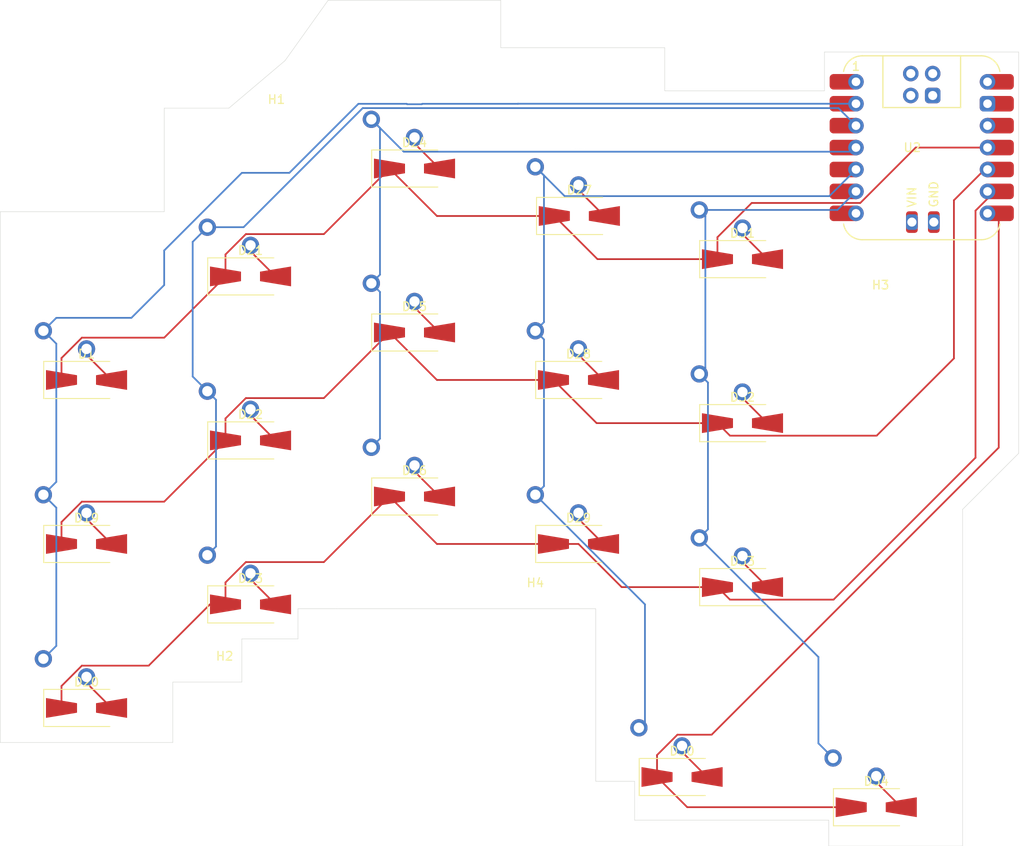
<source format=kicad_pcb>
(kicad_pcb (version 20241229) (generator "pcbnew") (generator_version "9.0")
  (layers (0 "F.Cu" signal) (2 "B.Cu" signal) (13 "F.Paste" user) (15 "B.Paste" user) (5 "F.SilkS" user "F.Silkscreen") (7 "B.SilkS" user "B.Silkscreen") (1 "F.Mask" user) (3 "B.Mask" user) (25 "Edge.Cuts" user))
  (net 0 "")
  (net 1 "/left/ROW0")
  (net 2 "Net-(D1-A)")
  (net 3 "Net-(D19-A)")
  (net 4 "/left/ROW1")
  (net 5 "/left/ROW2")
  (net 6 "Net-(D20-A)")
  (net 7 "Net-(D21-A)")
  (net 8 "Net-(D22-A)")
  (net 9 "Net-(D23-A)")
  (net 10 "Net-(D24-A)")
  (net 11 "Net-(D25-A)")
  (net 12 "Net-(D26-A)")
  (net 13 "Net-(D27-A)")
  (net 14 "Net-(D28-A)")
  (net 15 "Net-(D29-A)")
  (net 16 "Net-(D30-A)")
  (net 17 "/left/ROW3")
  (net 18 "Net-(D31-A)")
  (net 19 "Net-(D32-A)")
  (net 20 "Net-(D33-A)")
  (net 21 "Net-(D34-A)")
  (net 22 "/left/COL0")
  (net 23 "/left/COL1")
  (net 24 "/left/COL2")
  (net 25 "/left/COL3")
  (net 26 "/left/COL4")
  (net 41 "GND")
  (footprint "PCM_marbastlib-choc:SW_choc_v1_1u" (layer "F.Cu") (at 131 79.5)
    (property "Reference" "SW33" (hide yes))
    (property "Value" "SW_Push")
    (pad "" np_thru_hole circle (at -5.5 0 180) (size 1.7 1.7) (drill 1.7) (layers "*.Cu" "*.Mask"))
    (pad "" np_thru_hole circle (at 0 0 180) (size 3.4 3.4) (drill 3.4) (layers "*.Cu" "*.Mask"))
    (pad "" np_thru_hole circle (at 5.5 0 180) (size 1.7 1.7) (drill 1.7) (layers "*.Cu" "*.Mask"))
    (pad "1" thru_hole circle (at -5 3.8 180) (size 2 2) (drill 1.2) (layers "*.Cu" "B.Mask") (net 26 "/left/COL4"))
    (pad "2" thru_hole circle (at 0 5.9 180) (size 2 2) (drill 1.2) (layers "*.Cu" "B.Mask") (net 20 "Net-(D33-A)"))
  )
  (footprint "PCM_marbastlib-choc:SW_choc_v1_1u" (layer "F.Cu") (at 124 101.5)
    (property "Reference" "SW30" (hide yes))
    (property "Value" "SW_Push")
    (pad "" np_thru_hole circle (at -5.5 0 180) (size 1.7 1.7) (drill 1.7) (layers "*.Cu" "*.Mask"))
    (pad "" np_thru_hole circle (at 0 0 180) (size 3.4 3.4) (drill 3.4) (layers "*.Cu" "*.Mask"))
    (pad "" np_thru_hole circle (at 5.5 0 180) (size 1.7 1.7) (drill 1.7) (layers "*.Cu" "*.Mask"))
    (pad "1" thru_hole circle (at -5 3.8 180) (size 2 2) (drill 1.2) (layers "*.Cu" "B.Mask") (net 25 "/left/COL3"))
    (pad "2" thru_hole circle (at 0 5.9 180) (size 2 2) (drill 1.2) (layers "*.Cu" "B.Mask") (net 16 "Net-(D30-A)"))
  )
  (footprint "Diode_SMD:D_SMA-SMB_Universal_Handsoldering" (layer "F.Cu") (at 146.5 114.5)
    (property "Reference" "D34" (at 0 -3 0) (layer "F.SilkS"))
    (property "Value" "D")
    (fp_line (start -4.96 -2.15) (end -4.96 2.15) (stroke (width 0.12)) (layer "F.SilkS"))
    (fp_line (start -4.96 -2.15) (end 2.7 -2.15) (stroke (width 0.12)) (layer "F.SilkS"))
    (fp_line (start -4.96 2.15) (end 2.7 2.15) (stroke (width 0.12)) (layer "F.SilkS"))
    (pad "1" smd trapezoid (at -2.9 0) (size 3.6 1.7) (rect_delta 0.6 0) (layers "F.Cu" "F.Mask" "F.Paste") (net 17 "/left/ROW3"))
    (pad "2" smd trapezoid (at 2.9 0 180) (size 3.6 1.7) (rect_delta 0.6 0) (layers "F.Cu" "F.Mask" "F.Paste") (net 21 "Net-(D34-A)"))
  )
  (footprint "Diode_SMD:D_SMA-SMB_Universal_Handsoldering" (layer "F.Cu") (at 74 53)
    (property "Reference" "D21" (at 0 -3 0) (layer "F.SilkS"))
    (property "Value" "D")
    (fp_line (start -4.96 -2.15) (end -4.96 2.15) (stroke (width 0.12)) (layer "F.SilkS"))
    (fp_line (start -4.96 -2.15) (end 2.7 -2.15) (stroke (width 0.12)) (layer "F.SilkS"))
    (fp_line (start -4.96 2.15) (end 2.7 2.15) (stroke (width 0.12)) (layer "F.SilkS"))
    (pad "1" smd trapezoid (at -2.9 0) (size 3.6 1.7) (rect_delta 0.6 0) (layers "F.Cu" "F.Mask" "F.Paste") (net 1 "/left/ROW0"))
    (pad "2" smd trapezoid (at 2.9 0 180) (size 3.6 1.7) (rect_delta 0.6 0) (layers "F.Cu" "F.Mask" "F.Paste") (net 7 "Net-(D21-A)"))
  )
  (footprint "Diode_SMD:D_SMA-SMB_Universal_Handsoldering" (layer "F.Cu") (at 112.1 46)
    (property "Reference" "D27" (at 0 -3 0) (layer "F.SilkS"))
    (property "Value" "D")
    (fp_line (start -4.96 -2.15) (end -4.96 2.15) (stroke (width 0.12)) (layer "F.SilkS"))
    (fp_line (start -4.96 -2.15) (end 2.7 -2.15) (stroke (width 0.12)) (layer "F.SilkS"))
    (fp_line (start -4.96 2.15) (end 2.7 2.15) (stroke (width 0.12)) (layer "F.SilkS"))
    (pad "1" smd trapezoid (at -2.9 0) (size 3.6 1.7) (rect_delta 0.6 0) (layers "F.Cu" "F.Mask" "F.Paste") (net 1 "/left/ROW0"))
    (pad "2" smd trapezoid (at 2.9 0 180) (size 3.6 1.7) (rect_delta 0.6 0) (layers "F.Cu" "F.Mask" "F.Paste") (net 13 "Net-(D27-A)"))
  )
  (footprint "MountingHole:MountingHole_2.2mm_M2" (layer "F.Cu") (at 67.5 95.5)
    (property "Reference" "H2" (at 3.5 1.5 0) (layer "F.SilkS"))
    (property "Value" "MountingHole")
    (pad "" np_thru_hole circle (at 0 0) (size 2.2 2.2) (drill 2.2) (layers "*.Cu" "*.Mask"))
  )
  (footprint "PCM_marbastlib-xp-promicroish:Xiao_rp2040_ACH" (layer "F.Cu") (at 151.77 38.0725)
    (property "Reference" "U2" (at 0 0 0) (layer "F.SilkS") (effects (justify right)))
    (property "Value" "Seeeduino Xiao rp2040")
    (fp_line (start -6.890001 -10.63) (end 6.889999 -10.63) (stroke (width 0.15)) (layer "F.SilkS"))
    (fp_line (start -4.500881 -4.6355) (end -4.500881 -10.63) (stroke (width 0.15)) (layer "F.SilkS"))
    (fp_line (start 4.500879 -4.6355) (end -4.500881 -4.6355) (stroke (width 0.15)) (layer "F.SilkS"))
    (fp_line (start 4.500879 -4.6355) (end 4.500879 -10.63) (stroke (width 0.15)) (layer "F.SilkS"))
    (fp_line (start 6.889999 10.6775) (end -6.890001 10.6775) (stroke (width 0.15)) (layer "F.SilkS"))
    (fp_arc (start -9.055742 -8.816738) (mid -8.302299 -10.116834) (end -6.890001 -10.63) (stroke (width 0.15)) (layer "F.SilkS"))
    (fp_arc (start -6.89 10.6775) (mid -8.302299 10.164335) (end -9.055742 8.864239) (stroke (width 0.15)) (layer "F.SilkS"))
    (fp_arc (start 6.889999 -10.63) (mid 8.302298 -10.116835) (end 9.05574 -8.816738) (stroke (width 0.15)) (layer "F.SilkS"))
    (fp_arc (start 9.05574 8.864238) (mid 8.302298 10.164335) (end 6.889999 10.6775) (stroke (width 0.15)) (layer "F.SilkS"))
    (fp_text user "VIN" (at -1.14173 7.036 90) (layer "F.SilkS") (effects (justify left)))
    (fp_text user "1" (at -7.62 -8.82 0) (layer "F.SilkS") (effects (justify bottom)))
    (fp_text user "GND" (at 1.39827 7.036 90) (layer "F.SilkS") (effects (justify left)))
    (pad "1" smd roundrect (at -8.92 -7.62) (size 3.5 1.8) (layers "F.Cu" "F.Mask"))
    (pad "1" thru_hole circle (at -7.62 -7.62) (size 1.8 1.8) (drill 1) (layers "*.Cu" "*.Mask"))
    (pad "2" smd roundrect (at -8.92 -5.08) (size 3.5 1.8) (layers "F.Cu" "F.Mask") (net 22 "/left/COL0"))
    (pad "2" thru_hole circle (at -7.62 -5.08) (size 1.8 1.8) (drill 1) (layers "*.Cu" "*.Mask") (net 22 "/left/COL0"))
    (pad "3" smd roundrect (at -8.92 -2.54) (size 3.5 1.8) (layers "F.Cu" "F.Mask") (net 23 "/left/COL1"))
    (pad "3" thru_hole circle (at -7.62 -2.54) (size 1.8 1.8) (drill 1) (layers "*.Cu" "*.Mask") (net 23 "/left/COL1"))
    (pad "4" smd roundrect (at -8.92 0) (size 3.5 1.8) (layers "F.Cu" "F.Mask") (net 24 "/left/COL2"))
    (pad "4" thru_hole circle (at -7.62 0) (size 1.8 1.8) (drill 1) (layers "*.Cu" "*.Mask") (net 24 "/left/COL2"))
    (pad "5" smd roundrect (at -8.92 2.54) (size 3.5 1.8) (layers "F.Cu" "F.Mask") (net 25 "/left/COL3"))
    (pad "5" thru_hole circle (at -7.62 2.54) (size 1.8 1.8) (drill 1) (layers "*.Cu" "*.Mask") (net 25 "/left/COL3"))
    (pad "6" smd roundrect (at -8.92 5.08) (size 3.5 1.8) (layers "F.Cu" "F.Mask") (net 26 "/left/COL4"))
    (pad "6" thru_hole circle (at -7.62 5.08) (size 1.8 1.8) (drill 1) (layers "*.Cu" "*.Mask") (net 26 "/left/COL4"))
    (pad "7" smd roundrect (at -8.92 7.62) (size 3.5 1.8) (layers "F.Cu" "F.Mask"))
    (pad "7" thru_hole circle (at -7.62 7.62) (size 1.8 1.8) (drill 1) (layers "*.Cu" "*.Mask"))
    (pad "8" thru_hole circle (at 7.62 -7.62 180) (size 1.8 1.8) (drill 1) (layers "*.Cu" "*.Mask"))
    (pad "8" smd roundrect (at 8.92 -7.62 180) (size 3.5 1.8) (layers "F.Cu" "F.Mask"))
    (pad "9" thru_hole roundrect (at 7.62 -5.08 180) (size 1.8 1.8) (drill 1) (layers "*.Cu" "*.Mask") (net 41 "GND"))
    (pad "9" smd roundrect (at 8.92 -5.08 180) (size 3.5 1.8) (layers "F.Cu" "F.Mask") (net 41 "GND"))
    (pad "10" thru_hole circle (at 7.62 -2.54 180) (size 1.8 1.8) (drill 1) (layers "*.Cu" "*.Mask"))
    (pad "10" smd roundrect (at 8.92 -2.539999 180) (size 3.5 1.8) (layers "F.Cu" "F.Mask"))
    (pad "11" thru_hole circle (at 7.62 0 180) (size 1.8 1.8) (drill 1) (layers "*.Cu" "*.Mask") (net 1 "/left/ROW0"))
    (pad "11" smd roundrect (at 8.92 0 180) (size 3.5 1.8) (layers "F.Cu" "F.Mask") (net 1 "/left/ROW0"))
    (pad "12" thru_hole circle (at 7.62 2.54 180) (size 1.8 1.8) (drill 1) (layers "*.Cu" "*.Mask") (net 4 "/left/ROW1"))
    (pad "12" smd roundrect (at 8.92 2.54 180) (size 3.5 1.8) (layers "F.Cu" "F.Mask") (net 4 "/left/ROW1"))
    (pad "13" thru_hole circle (at 7.62 5.08) (size 1.8 1.8) (drill 1) (layers "*.Cu" "*.Mask") (net 5 "/left/ROW2"))
    (pad "13" smd roundrect (at 8.92 5.08) (size 3.5 1.8) (layers "F.Cu" "F.Mask") (net 5 "/left/ROW2"))
    (pad "14" thru_hole circle (at 7.62 7.62) (size 1.8 1.8) (drill 1) (layers "*.Cu" "*.Mask") (net 17 "/left/ROW3"))
    (pad "14" smd roundrect (at 8.92 7.62) (size 3.5 1.8) (layers "F.Cu" "F.Mask") (net 17 "/left/ROW3"))
    (pad "17" thru_hole roundrect (at -1.14173 8.636 90) (size 1.8 1.35) (drill 1.05) (layers "*.Cu" "*.Mask"))
    (pad "17" smd roundrect (at -1.14173 8.636 90) (size 2.5 1.35) (layers "F.Cu" "F.Mask"))
    (pad "18" thru_hole roundrect (at 1.39827 8.636 90) (size 1.8 1.35) (drill 1.05) (layers "*.Cu" "*.Mask"))
    (pad "18" smd roundrect (at 1.39827 8.636 90) (size 2.5 1.35) (layers "F.Cu" "F.Mask"))
    (pad "19" thru_hole circle (at -1.27 -8.5725 180) (size 1.8 1.8) (drill 1.05) (layers "*.Cu" "*.Mask"))
    (pad "20" thru_hole circle (at 1.27 -8.5725 180) (size 1.8 1.8) (drill 1.05) (layers "*.Cu" "*.Mask"))
    (pad "21" thru_hole circle (at -1.27 -6.0325 180) (size 1.8 1.8) (drill 1.05) (layers "*.Cu" "*.Mask"))
    (pad "22" thru_hole roundrect (at 1.27 -6.0325 180) (size 1.8 1.8) (drill 1.05) (layers "*.Cu" "*.Mask"))
  )
  (footprint "Diode_SMD:D_SMA-SMB_Universal_Handsoldering" (layer "F.Cu") (at 74 72)
    (property "Reference" "D22" (at 0 -3 0) (layer "F.SilkS"))
    (property "Value" "D")
    (fp_line (start -4.96 -2.15) (end -4.96 2.15) (stroke (width 0.12)) (layer "F.SilkS"))
    (fp_line (start -4.96 -2.15) (end 2.7 -2.15) (stroke (width 0.12)) (layer "F.SilkS"))
    (fp_line (start -4.96 2.15) (end 2.7 2.15) (stroke (width 0.12)) (layer "F.SilkS"))
    (pad "1" smd trapezoid (at -2.9 0) (size 3.6 1.7) (rect_delta 0.6 0) (layers "F.Cu" "F.Mask" "F.Paste") (net 4 "/left/ROW1"))
    (pad "2" smd trapezoid (at 2.9 0 180) (size 3.6 1.7) (rect_delta 0.6 0) (layers "F.Cu" "F.Mask" "F.Paste") (net 8 "Net-(D22-A)"))
  )
  (footprint "PCM_marbastlib-choc:SW_choc_v1_1u" (layer "F.Cu") (at 93 50)
    (property "Reference" "SW25" (hide yes))
    (property "Value" "SW_Push")
    (pad "" np_thru_hole circle (at -5.5 0 180) (size 1.7 1.7) (drill 1.7) (layers "*.Cu" "*.Mask"))
    (pad "" np_thru_hole circle (at 0 0 180) (size 3.4 3.4) (drill 3.4) (layers "*.Cu" "*.Mask"))
    (pad "" np_thru_hole circle (at 5.5 0 180) (size 1.7 1.7) (drill 1.7) (layers "*.Cu" "*.Mask"))
    (pad "1" thru_hole circle (at -5 3.8 180) (size 2 2) (drill 1.2) (layers "*.Cu" "B.Mask") (net 24 "/left/COL2"))
    (pad "2" thru_hole circle (at 0 5.9 180) (size 2 2) (drill 1.2) (layers "*.Cu" "B.Mask") (net 11 "Net-(D25-A)"))
  )
  (footprint "PCM_marbastlib-choc:SW_choc_v1_1u" (layer "F.Cu") (at 74 62.5)
    (property "Reference" "SW22" (hide yes))
    (property "Value" "SW_Push")
    (pad "" np_thru_hole circle (at -5.5 0 180) (size 1.7 1.7) (drill 1.7) (layers "*.Cu" "*.Mask"))
    (pad "" np_thru_hole circle (at 0 0 180) (size 3.4 3.4) (drill 3.4) (layers "*.Cu" "*.Mask"))
    (pad "" np_thru_hole circle (at 5.5 0 180) (size 1.7 1.7) (drill 1.7) (layers "*.Cu" "*.Mask"))
    (pad "1" thru_hole circle (at -5 3.8 180) (size 2 2) (drill 1.2) (layers "*.Cu" "B.Mask") (net 23 "/left/COL1"))
    (pad "2" thru_hole circle (at 0 5.9 180) (size 2 2) (drill 1.2) (layers "*.Cu" "B.Mask") (net 8 "Net-(D22-A)"))
  )
  (footprint "PCM_marbastlib-choc:SW_choc_v1_1u" (layer "F.Cu") (at 146.5 105)
    (property "Reference" "SW34" (hide yes))
    (property "Value" "SW_Push")
    (pad "" np_thru_hole circle (at -5.5 0 180) (size 1.7 1.7) (drill 1.7) (layers "*.Cu" "*.Mask"))
    (pad "" np_thru_hole circle (at 0 0 180) (size 3.4 3.4) (drill 3.4) (layers "*.Cu" "*.Mask"))
    (pad "" np_thru_hole circle (at 5.5 0 180) (size 1.7 1.7) (drill 1.7) (layers "*.Cu" "*.Mask"))
    (pad "1" thru_hole circle (at -5 3.8 180) (size 2 2) (drill 1.2) (layers "*.Cu" "B.Mask") (net 26 "/left/COL4"))
    (pad "2" thru_hole circle (at 0 5.9 180) (size 2 2) (drill 1.2) (layers "*.Cu" "B.Mask") (net 21 "Net-(D34-A)"))
  )
  (footprint "PCM_marbastlib-choc:SW_choc_v1_1u" (layer "F.Cu") (at 112 74.5)
    (property "Reference" "SW29" (hide yes))
    (property "Value" "SW_Push")
    (pad "" np_thru_hole circle (at -5.5 0 180) (size 1.7 1.7) (drill 1.7) (layers "*.Cu" "*.Mask"))
    (pad "" np_thru_hole circle (at 0 0 180) (size 3.4 3.4) (drill 3.4) (layers "*.Cu" "*.Mask"))
    (pad "" np_thru_hole circle (at 5.5 0 180) (size 1.7 1.7) (drill 1.7) (layers "*.Cu" "*.Mask"))
    (pad "1" thru_hole circle (at -5 3.8 180) (size 2 2) (drill 1.2) (layers "*.Cu" "B.Mask") (net 25 "/left/COL3"))
    (pad "2" thru_hole circle (at 0 5.9 180) (size 2 2) (drill 1.2) (layers "*.Cu" "B.Mask") (net 15 "Net-(D29-A)"))
  )
  (footprint "PCM_marbastlib-choc:SW_choc_v1_1u" (layer "F.Cu") (at 74 81.5)
    (property "Reference" "SW23" (hide yes))
    (property "Value" "SW_Push")
    (pad "" np_thru_hole circle (at -5.5 0 180) (size 1.7 1.7) (drill 1.7) (layers "*.Cu" "*.Mask"))
    (pad "" np_thru_hole circle (at 0 0 180) (size 3.4 3.4) (drill 3.4) (layers "*.Cu" "*.Mask"))
    (pad "" np_thru_hole circle (at 5.5 0 180) (size 1.7 1.7) (drill 1.7) (layers "*.Cu" "*.Mask"))
    (pad "1" thru_hole circle (at -5 3.8 180) (size 2 2) (drill 1.2) (layers "*.Cu" "B.Mask") (net 23 "/left/COL1"))
    (pad "2" thru_hole circle (at 0 5.9 180) (size 2 2) (drill 1.2) (layers "*.Cu" "B.Mask") (net 9 "Net-(D23-A)"))
  )
  (footprint "Diode_SMD:D_SMA-SMB_Universal_Handsoldering" (layer "F.Cu") (at 93 59.5)
    (property "Reference" "D25" (at 0 -3 0) (layer "F.SilkS"))
    (property "Value" "D")
    (fp_line (start -4.96 -2.15) (end -4.96 2.15) (stroke (width 0.12)) (layer "F.SilkS"))
    (fp_line (start -4.96 -2.15) (end 2.7 -2.15) (stroke (width 0.12)) (layer "F.SilkS"))
    (fp_line (start -4.96 2.15) (end 2.7 2.15) (stroke (width 0.12)) (layer "F.SilkS"))
    (pad "1" smd trapezoid (at -2.9 0) (size 3.6 1.7) (rect_delta 0.6 0) (layers "F.Cu" "F.Mask" "F.Paste") (net 4 "/left/ROW1"))
    (pad "2" smd trapezoid (at 2.9 0 180) (size 3.6 1.7) (rect_delta 0.6 0) (layers "F.Cu" "F.Mask" "F.Paste") (net 11 "Net-(D25-A)"))
  )
  (footprint "Diode_SMD:D_SMA-SMB_Universal_Handsoldering" (layer "F.Cu") (at 55 84)
    (property "Reference" "D19" (at 0 -3 0) (layer "F.SilkS"))
    (property "Value" "D")
    (fp_line (start -4.96 -2.15) (end -4.96 2.15) (stroke (width 0.12)) (layer "F.SilkS"))
    (fp_line (start -4.96 -2.15) (end 2.7 -2.15) (stroke (width 0.12)) (layer "F.SilkS"))
    (fp_line (start -4.96 2.15) (end 2.7 2.15) (stroke (width 0.12)) (layer "F.SilkS"))
    (pad "1" smd trapezoid (at -2.9 0) (size 3.6 1.7) (rect_delta 0.6 0) (layers "F.Cu" "F.Mask" "F.Paste") (net 4 "/left/ROW1"))
    (pad "2" smd trapezoid (at 2.9 0 180) (size 3.6 1.7) (rect_delta 0.6 0) (layers "F.Cu" "F.Mask" "F.Paste") (net 3 "Net-(D19-A)"))
  )
  (footprint "PCM_marbastlib-choc:SW_choc_v1_1u" (layer "F.Cu") (at 131 60.5)
    (property "Reference" "SW32" (hide yes))
    (property "Value" "SW_Push")
    (pad "" np_thru_hole circle (at -5.5 0 180) (size 1.7 1.7) (drill 1.7) (layers "*.Cu" "*.Mask"))
    (pad "" np_thru_hole circle (at 0 0 180) (size 3.4 3.4) (drill 3.4) (layers "*.Cu" "*.Mask"))
    (pad "" np_thru_hole circle (at 5.5 0 180) (size 1.7 1.7) (drill 1.7) (layers "*.Cu" "*.Mask"))
    (pad "1" thru_hole circle (at -5 3.8 180) (size 2 2) (drill 1.2) (layers "*.Cu" "B.Mask") (net 26 "/left/COL4"))
    (pad "2" thru_hole circle (at 0 5.9 180) (size 2 2) (drill 1.2) (layers "*.Cu" "B.Mask") (net 19 "Net-(D32-A)"))
  )
  (footprint "Diode_SMD:D_SMA-SMB_Universal_Handsoldering" (layer "F.Cu") (at 131 70)
    (property "Reference" "D32" (at 0 -3 0) (layer "F.SilkS"))
    (property "Value" "D")
    (fp_line (start -4.96 -2.15) (end -4.96 2.15) (stroke (width 0.12)) (layer "F.SilkS"))
    (fp_line (start -4.96 -2.15) (end 2.7 -2.15) (stroke (width 0.12)) (layer "F.SilkS"))
    (fp_line (start -4.96 2.15) (end 2.7 2.15) (stroke (width 0.12)) (layer "F.SilkS"))
    (pad "1" smd trapezoid (at -2.9 0) (size 3.6 1.7) (rect_delta 0.6 0) (layers "F.Cu" "F.Mask" "F.Paste") (net 4 "/left/ROW1"))
    (pad "2" smd trapezoid (at 2.9 0 180) (size 3.6 1.7) (rect_delta 0.6 0) (layers "F.Cu" "F.Mask" "F.Paste") (net 19 "Net-(D32-A)"))
  )
  (footprint "PCM_marbastlib-choc:SW_choc_v1_1u" (layer "F.Cu") (at 93 69)
    (property "Reference" "SW26" (hide yes))
    (property "Value" "SW_Push")
    (pad "" np_thru_hole circle (at -5.5 0 180) (size 1.7 1.7) (drill 1.7) (layers "*.Cu" "*.Mask"))
    (pad "" np_thru_hole circle (at 0 0 180) (size 3.4 3.4) (drill 3.4) (layers "*.Cu" "*.Mask"))
    (pad "" np_thru_hole circle (at 5.5 0 180) (size 1.7 1.7) (drill 1.7) (layers "*.Cu" "*.Mask"))
    (pad "1" thru_hole circle (at -5 3.8 180) (size 2 2) (drill 1.2) (layers "*.Cu" "B.Mask") (net 24 "/left/COL2"))
    (pad "2" thru_hole circle (at 0 5.9 180) (size 2 2) (drill 1.2) (layers "*.Cu" "B.Mask") (net 12 "Net-(D26-A)"))
  )
  (footprint "PCM_marbastlib-choc:SW_choc_v1_1u" (layer "F.Cu") (at 131 41.5)
    (property "Reference" "SW31" (hide yes))
    (property "Value" "SW_Push")
    (pad "" np_thru_hole circle (at -5.5 0 180) (size 1.7 1.7) (drill 1.7) (layers "*.Cu" "*.Mask"))
    (pad "" np_thru_hole circle (at 0 0 180) (size 3.4 3.4) (drill 3.4) (layers "*.Cu" "*.Mask"))
    (pad "" np_thru_hole circle (at 5.5 0 180) (size 1.7 1.7) (drill 1.7) (layers "*.Cu" "*.Mask"))
    (pad "1" thru_hole circle (at -5 3.8 180) (size 2 2) (drill 1.2) (layers "*.Cu" "B.Mask") (net 26 "/left/COL4"))
    (pad "2" thru_hole circle (at 0 5.9 180) (size 2 2) (drill 1.2) (layers "*.Cu" "B.Mask") (net 18 "Net-(D31-A)"))
  )
  (footprint "MountingHole:MountingHole_2.2mm_M2" (layer "F.Cu") (at 103.5 87)
    (property "Reference" "H4" (at 3.5 1.5 0) (layer "F.SilkS"))
    (property "Value" "MountingHole")
    (pad "" np_thru_hole circle (at 0 0) (size 2.2 2.2) (drill 2.2) (layers "*.Cu" "*.Mask"))
  )
  (footprint "PCM_marbastlib-choc:SW_choc_v1_1u" (layer "F.Cu") (at 112 55.5)
    (property "Reference" "SW28" (hide yes))
    (property "Value" "SW_Push")
    (pad "" np_thru_hole circle (at -5.5 0 180) (size 1.7 1.7) (drill 1.7) (layers "*.Cu" "*.Mask"))
    (pad "" np_thru_hole circle (at 0 0 180) (size 3.4 3.4) (drill 3.4) (layers "*.Cu" "*.Mask"))
    (pad "" np_thru_hole circle (at 5.5 0 180) (size 1.7 1.7) (drill 1.7) (layers "*.Cu" "*.Mask"))
    (pad "1" thru_hole circle (at -5 3.8 180) (size 2 2) (drill 1.2) (layers "*.Cu" "B.Mask") (net 25 "/left/COL3"))
    (pad "2" thru_hole circle (at 0 5.9 180) (size 2 2) (drill 1.2) (layers "*.Cu" "B.Mask") (net 14 "Net-(D28-A)"))
  )
  (footprint "PCM_marbastlib-choc:SW_choc_v1_1u" (layer "F.Cu") (at 55 55.5)
    (property "Reference" "SW2" (hide yes))
    (property "Value" "SW_Push")
    (pad "" np_thru_hole circle (at -5.5 0 180) (size 1.7 1.7) (drill 1.7) (layers "*.Cu" "*.Mask"))
    (pad "" np_thru_hole circle (at 0 0 180) (size 3.4 3.4) (drill 3.4) (layers "*.Cu" "*.Mask"))
    (pad "" np_thru_hole circle (at 5.5 0 180) (size 1.7 1.7) (drill 1.7) (layers "*.Cu" "*.Mask"))
    (pad "1" thru_hole circle (at -5 3.8 180) (size 2 2) (drill 1.2) (layers "*.Cu" "B.Mask") (net 22 "/left/COL0"))
    (pad "2" thru_hole circle (at 0 5.9 180) (size 2 2) (drill 1.2) (layers "*.Cu" "B.Mask") (net 2 "Net-(D1-A)"))
  )
  (footprint "Diode_SMD:D_SMA-SMB_Universal_Handsoldering" (layer "F.Cu") (at 112 84)
    (property "Reference" "D29" (at 0 -3 0) (layer "F.SilkS"))
    (property "Value" "D")
    (fp_line (start -4.96 -2.15) (end -4.96 2.15) (stroke (width 0.12)) (layer "F.SilkS"))
    (fp_line (start -4.96 -2.15) (end 2.7 -2.15) (stroke (width 0.12)) (layer "F.SilkS"))
    (fp_line (start -4.96 2.15) (end 2.7 2.15) (stroke (width 0.12)) (layer "F.SilkS"))
    (pad "1" smd trapezoid (at -2.9 0) (size 3.6 1.7) (rect_delta 0.6 0) (layers "F.Cu" "F.Mask" "F.Paste") (net 5 "/left/ROW2"))
    (pad "2" smd trapezoid (at 2.9 0 180) (size 3.6 1.7) (rect_delta 0.6 0) (layers "F.Cu" "F.Mask" "F.Paste") (net 15 "Net-(D29-A)"))
  )
  (footprint "MountingHole:MountingHole_2.2mm_M2" (layer "F.Cu") (at 80.5 31)
    (property "Reference" "H1" (at -3.5 1.5 0) (layer "F.SilkS"))
    (property "Value" "MountingHole")
    (pad "" np_thru_hole circle (at 0 0) (size 2.2 2.2) (drill 2.2) (layers "*.Cu" "*.Mask"))
  )
  (footprint "Diode_SMD:D_SMA-SMB_Universal_Handsoldering" (layer "F.Cu") (at 55 103)
    (property "Reference" "D20" (at 0 -3 0) (layer "F.SilkS"))
    (property "Value" "D")
    (fp_line (start -4.96 -2.15) (end -4.96 2.15) (stroke (width 0.12)) (layer "F.SilkS"))
    (fp_line (start -4.96 -2.15) (end 2.7 -2.15) (stroke (width 0.12)) (layer "F.SilkS"))
    (fp_line (start -4.96 2.15) (end 2.7 2.15) (stroke (width 0.12)) (layer "F.SilkS"))
    (pad "1" smd trapezoid (at -2.9 0) (size 3.6 1.7) (rect_delta 0.6 0) (layers "F.Cu" "F.Mask" "F.Paste") (net 5 "/left/ROW2"))
    (pad "2" smd trapezoid (at 2.9 0 180) (size 3.6 1.7) (rect_delta 0.6 0) (layers "F.Cu" "F.Mask" "F.Paste") (net 6 "Net-(D20-A)"))
  )
  (footprint "Diode_SMD:D_SMA-SMB_Universal_Handsoldering" (layer "F.Cu") (at 74 91)
    (property "Reference" "D23" (at 0 -3 0) (layer "F.SilkS"))
    (property "Value" "D")
    (fp_line (start -4.96 -2.15) (end -4.96 2.15) (stroke (width 0.12)) (layer "F.SilkS"))
    (fp_line (start -4.96 -2.15) (end 2.7 -2.15) (stroke (width 0.12)) (layer "F.SilkS"))
    (fp_line (start -4.96 2.15) (end 2.7 2.15) (stroke (width 0.12)) (layer "F.SilkS"))
    (pad "1" smd trapezoid (at -2.9 0) (size 3.6 1.7) (rect_delta 0.6 0) (layers "F.Cu" "F.Mask" "F.Paste") (net 5 "/left/ROW2"))
    (pad "2" smd trapezoid (at 2.9 0 180) (size 3.6 1.7) (rect_delta 0.6 0) (layers "F.Cu" "F.Mask" "F.Paste") (net 9 "Net-(D23-A)"))
  )
  (footprint "PCM_marbastlib-choc:SW_choc_v1_1u" (layer "F.Cu") (at 74 43.5)
    (property "Reference" "SW16" (hide yes))
    (property "Value" "SW_Push")
    (pad "" np_thru_hole circle (at -5.5 0 180) (size 1.7 1.7) (drill 1.7) (layers "*.Cu" "*.Mask"))
    (pad "" np_thru_hole circle (at 0 0 180) (size 3.4 3.4) (drill 3.4) (layers "*.Cu" "*.Mask"))
    (pad "" np_thru_hole circle (at 5.5 0 180) (size 1.7 1.7) (drill 1.7) (layers "*.Cu" "*.Mask"))
    (pad "1" thru_hole circle (at -5 3.8 180) (size 2 2) (drill 1.2) (layers "*.Cu" "B.Mask") (net 23 "/left/COL1"))
    (pad "2" thru_hole circle (at 0 5.9 180) (size 2 2) (drill 1.2) (layers "*.Cu" "B.Mask") (net 7 "Net-(D21-A)"))
  )
  (footprint "Diode_SMD:D_SMA-SMB_Universal_Handsoldering" (layer "F.Cu") (at 93 40.5)
    (property "Reference" "D24" (at 0 -3 0) (layer "F.SilkS"))
    (property "Value" "D")
    (fp_line (start -4.96 -2.15) (end -4.96 2.15) (stroke (width 0.12)) (layer "F.SilkS"))
    (fp_line (start -4.96 -2.15) (end 2.7 -2.15) (stroke (width 0.12)) (layer "F.SilkS"))
    (fp_line (start -4.96 2.15) (end 2.7 2.15) (stroke (width 0.12)) (layer "F.SilkS"))
    (pad "1" smd trapezoid (at -2.9 0) (size 3.6 1.7) (rect_delta 0.6 0) (layers "F.Cu" "F.Mask" "F.Paste") (net 1 "/left/ROW0"))
    (pad "2" smd trapezoid (at 2.9 0 180) (size 3.6 1.7) (rect_delta 0.6 0) (layers "F.Cu" "F.Mask" "F.Paste") (net 10 "Net-(D24-A)"))
  )
  (footprint "PCM_marbastlib-choc:SW_choc_v1_1u" (layer "F.Cu") (at 55 93.5)
    (property "Reference" "SW15" (hide yes))
    (property "Value" "SW_Push")
    (pad "" np_thru_hole circle (at -5.5 0 180) (size 1.7 1.7) (drill 1.7) (layers "*.Cu" "*.Mask"))
    (pad "" np_thru_hole circle (at 0 0 180) (size 3.4 3.4) (drill 3.4) (layers "*.Cu" "*.Mask"))
    (pad "" np_thru_hole circle (at 5.5 0 180) (size 1.7 1.7) (drill 1.7) (layers "*.Cu" "*.Mask"))
    (pad "1" thru_hole circle (at -5 3.8 180) (size 2 2) (drill 1.2) (layers "*.Cu" "B.Mask") (net 22 "/left/COL0"))
    (pad "2" thru_hole circle (at 0 5.9 180) (size 2 2) (drill 1.2) (layers "*.Cu" "B.Mask") (net 6 "Net-(D20-A)"))
  )
  (footprint "MountingHole:MountingHole_2.2mm_M2" (layer "F.Cu") (at 143.5 52.5)
    (property "Reference" "H3" (at 3.5 1.5 0) (layer "F.SilkS"))
    (property "Value" "MountingHole")
    (pad "" np_thru_hole circle (at 0 0) (size 2.2 2.2) (drill 2.2) (layers "*.Cu" "*.Mask"))
  )
  (footprint "Diode_SMD:D_SMA-SMB_Universal_Handsoldering" (layer "F.Cu") (at 93 78.5)
    (property "Reference" "D26" (at 0 -3 0) (layer "F.SilkS"))
    (property "Value" "D")
    (fp_line (start -4.96 -2.15) (end -4.96 2.15) (stroke (width 0.12)) (layer "F.SilkS"))
    (fp_line (start -4.96 -2.15) (end 2.7 -2.15) (stroke (width 0.12)) (layer "F.SilkS"))
    (fp_line (start -4.96 2.15) (end 2.7 2.15) (stroke (width 0.12)) (layer "F.SilkS"))
    (pad "1" smd trapezoid (at -2.9 0) (size 3.6 1.7) (rect_delta 0.6 0) (layers "F.Cu" "F.Mask" "F.Paste") (net 5 "/left/ROW2"))
    (pad "2" smd trapezoid (at 2.9 0 180) (size 3.6 1.7) (rect_delta 0.6 0) (layers "F.Cu" "F.Mask" "F.Paste") (net 12 "Net-(D26-A)"))
  )
  (footprint "Diode_SMD:D_SMA-SMB_Universal_Handsoldering" (layer "F.Cu") (at 55 65)
    (property "Reference" "D1" (at 0 -3 0) (layer "F.SilkS"))
    (property "Value" "D")
    (fp_line (start -4.96 -2.15) (end -4.96 2.15) (stroke (width 0.12)) (layer "F.SilkS"))
    (fp_line (start -4.96 -2.15) (end 2.7 -2.15) (stroke (width 0.12)) (layer "F.SilkS"))
    (fp_line (start -4.96 2.15) (end 2.7 2.15) (stroke (width 0.12)) (layer "F.SilkS"))
    (pad "1" smd trapezoid (at -2.9 0) (size 3.6 1.7) (rect_delta 0.6 0) (layers "F.Cu" "F.Mask" "F.Paste") (net 1 "/left/ROW0"))
    (pad "2" smd trapezoid (at 2.9 0 180) (size 3.6 1.7) (rect_delta 0.6 0) (layers "F.Cu" "F.Mask" "F.Paste") (net 2 "Net-(D1-A)"))
  )
  (footprint "PCM_marbastlib-choc:SW_choc_v1_1u" (layer "F.Cu") (at 112 36.5)
    (property "Reference" "SW27" (hide yes))
    (property "Value" "SW_Push")
    (pad "" np_thru_hole circle (at -5.5 0 180) (size 1.7 1.7) (drill 1.7) (layers "*.Cu" "*.Mask"))
    (pad "" np_thru_hole circle (at 0 0 180) (size 3.4 3.4) (drill 3.4) (layers "*.Cu" "*.Mask"))
    (pad "" np_thru_hole circle (at 5.5 0 180) (size 1.7 1.7) (drill 1.7) (layers "*.Cu" "*.Mask"))
    (pad "1" thru_hole circle (at -5 3.8 180) (size 2 2) (drill 1.2) (layers "*.Cu" "B.Mask") (net 25 "/left/COL3"))
    (pad "2" thru_hole circle (at 0 5.9 180) (size 2 2) (drill 1.2) (layers "*.Cu" "B.Mask") (net 13 "Net-(D27-A)"))
  )
  (footprint "Diode_SMD:D_SMA-SMB_Universal_Handsoldering" (layer "F.Cu") (at 131 51)
    (property "Reference" "D31" (at 0 -3 0) (layer "F.SilkS"))
    (property "Value" "D")
    (fp_line (start -4.96 -2.15) (end -4.96 2.15) (stroke (width 0.12)) (layer "F.SilkS"))
    (fp_line (start -4.96 -2.15) (end 2.7 -2.15) (stroke (width 0.12)) (layer "F.SilkS"))
    (fp_line (start -4.96 2.15) (end 2.7 2.15) (stroke (width 0.12)) (layer "F.SilkS"))
    (pad "1" smd trapezoid (at -2.9 0) (size 3.6 1.7) (rect_delta 0.6 0) (layers "F.Cu" "F.Mask" "F.Paste") (net 1 "/left/ROW0"))
    (pad "2" smd trapezoid (at 2.9 0 180) (size 3.6 1.7) (rect_delta 0.6 0) (layers "F.Cu" "F.Mask" "F.Paste") (net 18 "Net-(D31-A)"))
  )
  (footprint "PCM_marbastlib-choc:SW_choc_v1_1u" (layer "F.Cu") (at 93 31)
    (property "Reference" "SW24" (hide yes))
    (property "Value" "SW_Push")
    (pad "" np_thru_hole circle (at -5.5 0 180) (size 1.7 1.7) (drill 1.7) (layers "*.Cu" "*.Mask"))
    (pad "" np_thru_hole circle (at 0 0 180) (size 3.4 3.4) (drill 3.4) (layers "*.Cu" "*.Mask"))
    (pad "" np_thru_hole circle (at 5.5 0 180) (size 1.7 1.7) (drill 1.7) (layers "*.Cu" "*.Mask"))
    (pad "1" thru_hole circle (at -5 3.8 180) (size 2 2) (drill 1.2) (layers "*.Cu" "B.Mask") (net 24 "/left/COL2"))
    (pad "2" thru_hole circle (at 0 5.9 180) (size 2 2) (drill 1.2) (layers "*.Cu" "B.Mask") (net 10 "Net-(D24-A)"))
  )
  (footprint "Diode_SMD:D_SMA-SMB_Universal_Handsoldering" (layer "F.Cu") (at 131 89)
    (property "Reference" "D33" (at 0 -3 0) (layer "F.SilkS"))
    (property "Value" "D")
    (fp_line (start -4.96 -2.15) (end -4.96 2.15) (stroke (width 0.12)) (layer "F.SilkS"))
    (fp_line (start -4.96 -2.15) (end 2.7 -2.15) (stroke (width 0.12)) (layer "F.SilkS"))
    (fp_line (start -4.96 2.15) (end 2.7 2.15) (stroke (width 0.12)) (layer "F.SilkS"))
    (pad "1" smd trapezoid (at -2.9 0) (size 3.6 1.7) (rect_delta 0.6 0) (layers "F.Cu" "F.Mask" "F.Paste") (net 5 "/left/ROW2"))
    (pad "2" smd trapezoid (at 2.9 0 180) (size 3.6 1.7) (rect_delta 0.6 0) (layers "F.Cu" "F.Mask" "F.Paste") (net 20 "Net-(D33-A)"))
  )
  (footprint "Diode_SMD:D_SMA-SMB_Universal_Handsoldering" (layer "F.Cu") (at 124 111)
    (property "Reference" "D30" (at 0 -3 0) (layer "F.SilkS"))
    (property "Value" "D")
    (fp_line (start -4.96 -2.15) (end -4.96 2.15) (stroke (width 0.12)) (layer "F.SilkS"))
    (fp_line (start -4.96 -2.15) (end 2.7 -2.15) (stroke (width 0.12)) (layer "F.SilkS"))
    (fp_line (start -4.96 2.15) (end 2.7 2.15) (stroke (width 0.12)) (layer "F.SilkS"))
    (pad "1" smd trapezoid (at -2.9 0) (size 3.6 1.7) (rect_delta 0.6 0) (layers "F.Cu" "F.Mask" "F.Paste") (net 17 "/left/ROW3"))
    (pad "2" smd trapezoid (at 2.9 0 180) (size 3.6 1.7) (rect_delta 0.6 0) (layers "F.Cu" "F.Mask" "F.Paste") (net 16 "Net-(D30-A)"))
  )
  (footprint "Diode_SMD:D_SMA-SMB_Universal_Handsoldering" (layer "F.Cu") (at 112 65)
    (property "Reference" "D28" (at 0 -3 0) (layer "F.SilkS"))
    (property "Value" "D")
    (fp_line (start -4.96 -2.15) (end -4.96 2.15) (stroke (width 0.12)) (layer "F.SilkS"))
    (fp_line (start -4.96 -2.15) (end 2.7 -2.15) (stroke (width 0.12)) (layer "F.SilkS"))
    (fp_line (start -4.96 2.15) (end 2.7 2.15) (stroke (width 0.12)) (layer "F.SilkS"))
    (pad "1" smd trapezoid (at -2.9 0) (size 3.6 1.7) (rect_delta 0.6 0) (layers "F.Cu" "F.Mask" "F.Paste") (net 4 "/left/ROW1"))
    (pad "2" smd trapezoid (at 2.9 0 180) (size 3.6 1.7) (rect_delta 0.6 0) (layers "F.Cu" "F.Mask" "F.Paste") (net 14 "Net-(D28-A)"))
  )
  (footprint "PCM_marbastlib-choc:SW_choc_v1_1u" (layer "F.Cu") (at 55 74.5)
    (property "Reference" "SW9" (hide yes))
    (property "Value" "SW_Push")
    (pad "" np_thru_hole circle (at -5.5 0 180) (size 1.7 1.7) (drill 1.7) (layers "*.Cu" "*.Mask"))
    (pad "" np_thru_hole circle (at 0 0 180) (size 3.4 3.4) (drill 3.4) (layers "*.Cu" "*.Mask"))
    (pad "" np_thru_hole circle (at 5.5 0 180) (size 1.7 1.7) (drill 1.7) (layers "*.Cu" "*.Mask"))
    (pad "1" thru_hole circle (at -5 3.8 180) (size 2 2) (drill 1.2) (layers "*.Cu" "B.Mask") (net 22 "/left/COL0"))
    (pad "2" thru_hole circle (at 0 5.9 180) (size 2 2) (drill 1.2) (layers "*.Cu" "B.Mask") (net 3 "Net-(D19-A)"))
  )
  (gr_line (start 156.5 80) (end 163 73.5) (stroke (width 0.05)) (layer "Edge.Cuts"))
  (gr_line (start 71.5 33.5) (end 78 28) (stroke (width 0.05)) (layer "Edge.Cuts"))
  (gr_line (start 79.5 91.5) (end 84 91.5) (stroke (width 0.05)) (layer "Edge.Cuts"))
  (gr_line (start 45 105.5) (end 45 107) (stroke (width 0.05)) (layer "Edge.Cuts"))
  (gr_line (start 156.5 119) (end 156.5 95) (stroke (width 0.05)) (layer "Edge.Cuts"))
  (gr_line (start 73 95) (end 79.5 95) (stroke (width 0.05)) (layer "Edge.Cuts"))
  (gr_line (start 79.5 95) (end 79.5 91.5) (stroke (width 0.05)) (layer "Edge.Cuts"))
  (gr_line (start 156.5 95) (end 156.5 80) (stroke (width 0.05)) (layer "Edge.Cuts"))
  (gr_line (start 84 91.5) (end 114 91.5) (stroke (width 0.05)) (layer "Edge.Cuts"))
  (gr_line (start 65 107) (end 65 100) (stroke (width 0.05)) (layer "Edge.Cuts"))
  (gr_line (start 64 45.5) (end 64 33.5) (stroke (width 0.05)) (layer "Edge.Cuts"))
  (gr_line (start 163 27) (end 140.5 27) (stroke (width 0.05)) (layer "Edge.Cuts"))
  (gr_line (start 45 45.5) (end 45 105.5) (stroke (width 0.05)) (layer "Edge.Cuts"))
  (gr_line (start 83 21) (end 103 21) (stroke (width 0.05)) (layer "Edge.Cuts"))
  (gr_line (start 65 100) (end 73 100) (stroke (width 0.05)) (layer "Edge.Cuts"))
  (gr_line (start 73 100) (end 73 95) (stroke (width 0.05)) (layer "Edge.Cuts"))
  (gr_line (start 103 26.5) (end 103 21) (stroke (width 0.05)) (layer "Edge.Cuts"))
  (gr_line (start 114 91.5) (end 114 111.5) (stroke (width 0.05)) (layer "Edge.Cuts"))
  (gr_line (start 78 28) (end 83 21) (stroke (width 0.05)) (layer "Edge.Cuts"))
  (gr_line (start 45 45.5) (end 64 45.5) (stroke (width 0.05)) (layer "Edge.Cuts"))
  (gr_line (start 140.5 31.5) (end 122 31.5) (stroke (width 0.05)) (layer "Edge.Cuts"))
  (gr_line (start 114 111.5) (end 118.5 111.5) (stroke (width 0.05)) (layer "Edge.Cuts"))
  (gr_line (start 122 26.5) (end 103 26.5) (stroke (width 0.05)) (layer "Edge.Cuts"))
  (gr_line (start 141 116) (end 141 119) (stroke (width 0.05)) (layer "Edge.Cuts"))
  (gr_line (start 141 119) (end 156.5 119) (stroke (width 0.05)) (layer "Edge.Cuts"))
  (gr_line (start 64 33.5) (end 71.5 33.5) (stroke (width 0.05)) (layer "Edge.Cuts"))
  (gr_line (start 118.5 116) (end 141 116) (stroke (width 0.05)) (layer "Edge.Cuts"))
  (gr_line (start 122 31.5) (end 122 26.5) (stroke (width 0.05)) (layer "Edge.Cuts"))
  (gr_line (start 140.5 27) (end 140.5 31.5) (stroke (width 0.05)) (layer "Edge.Cuts"))
  (gr_line (start 118.5 111.5) (end 118.5 116) (stroke (width 0.05)) (layer "Edge.Cuts"))
  (gr_line (start 163 73.5) (end 163 27) (stroke (width 0.05)) (layer "Edge.Cuts"))
  (gr_line (start 45 107) (end 65 107) (stroke (width 0.05)) (layer "Edge.Cuts"))
  (segment (start 54.461108 60.099) (end 52.1 62.460108) (width 0.2) (layer "F.Cu") (net 1))
  (segment (start 128.1 48.460108) (end 128.1 51) (width 0.2) (layer "F.Cu") (net 1))
  (segment (start 64.001 60.099) (end 54.461108 60.099) (width 0.2) (layer "F.Cu") (net 1))
  (segment (start 160.69 38.0725) (end 151.066471 38.0725) (width 0.2) (layer "F.Cu") (net 1))
  (segment (start 132.068608 44.4915) (end 128.1 48.460108) (width 0.2) (layer "F.Cu") (net 1))
  (segment (start 109.2 46) (end 95.6 46) (width 0.2) (layer "F.Cu") (net 1))
  (segment (start 114.2 51) (end 109.2 46) (width 0.2) (layer "F.Cu") (net 1))
  (segment (start 151.066471 38.0725) (end 144.647471 44.4915) (width 0.2) (layer "F.Cu") (net 1))
  (segment (start 95.6 46) (end 90.1 40.5) (width 0.2) (layer "F.Cu") (net 1))
  (segment (start 73.461108 48.099) (end 71.1 50.460108) (width 0.2) (layer "F.Cu") (net 1))
  (segment (start 128.1 51) (end 114.2 51) (width 0.2) (layer "F.Cu") (net 1))
  (segment (start 71.1 50.460108) (end 71.1 53) (width 0.2) (layer "F.Cu") (net 1))
  (segment (start 52.1 62.460108) (end 52.1 65) (width 0.2) (layer "F.Cu") (net 1))
  (segment (start 82.501 48.099) (end 73.461108 48.099) (width 0.2) (layer "F.Cu") (net 1))
  (segment (start 90.1 40.5) (end 82.501 48.099) (width 0.2) (layer "F.Cu") (net 1))
  (segment (start 144.647471 44.4915) (end 132.068608 44.4915) (width 0.2) (layer "F.Cu") (net 1))
  (segment (start 71.1 53) (end 64.001 60.099) (width 0.2) (layer "F.Cu") (net 1))
  (segment (start 57.9 65) (end 55 62.1) (width 0.2) (layer "F.Cu") (net 2))
  (segment (start 55 62.1) (end 55 61.4) (width 0.2) (layer "F.Cu") (net 2))
  (segment (start 57.9 84) (end 55 81.1) (width 0.2) (layer "F.Cu") (net 3))
  (segment (start 55 81.1) (end 55 80.4) (width 0.2) (layer "F.Cu") (net 3))
  (segment (start 90.1 59.5) (end 82.501 67.099) (width 0.2) (layer "F.Cu") (net 4))
  (segment (start 71.1 72) (end 64.001 79.099) (width 0.2) (layer "F.Cu") (net 4))
  (segment (start 95.6 65) (end 90.1 59.5) (width 0.2) (layer "F.Cu") (net 4))
  (segment (start 155.5 62.5) (end 155.5 44.175796) (width 0.2) (layer "F.Cu") (net 4))
  (segment (start 128.1 70) (end 129.551 71.451) (width 0.2) (layer "F.Cu") (net 4))
  (segment (start 109.1 65) (end 95.6 65) (width 0.2) (layer "F.Cu") (net 4))
  (segment (start 114.1 70) (end 109.1 65) (width 0.2) (layer "F.Cu") (net 4))
  (segment (start 82.501 67.099) (end 73.461108 67.099) (width 0.2) (layer "F.Cu") (net 4))
  (segment (start 64.001 79.099) (end 54.461108 79.099) (width 0.2) (layer "F.Cu") (net 4))
  (segment (start 71.1 69.460108) (end 71.1 72) (width 0.2) (layer "F.Cu") (net 4))
  (segment (start 146.549 71.451) (end 155.5 62.5) (width 0.2) (layer "F.Cu") (net 4))
  (segment (start 52.1 81.460108) (end 52.1 84) (width 0.2) (layer "F.Cu") (net 4))
  (segment (start 155.5 44.175796) (end 159.063296 40.6125) (width 0.2) (layer "F.Cu") (net 4))
  (segment (start 129.551 71.451) (end 146.549 71.451) (width 0.2) (layer "F.Cu") (net 4))
  (segment (start 159.063296 40.6125) (end 160.69 40.6125) (width 0.2) (layer "F.Cu") (net 4))
  (segment (start 54.461108 79.099) (end 52.1 81.460108) (width 0.2) (layer "F.Cu") (net 4))
  (segment (start 73.461108 67.099) (end 71.1 69.460108) (width 0.2) (layer "F.Cu") (net 4))
  (segment (start 128.1 70) (end 114.1 70) (width 0.2) (layer "F.Cu") (net 4))
  (segment (start 69.3 91) (end 62.201 98.099) (width 0.2) (layer "F.Cu") (net 5))
  (segment (start 128.1 89) (end 117 89) (width 0.2) (layer "F.Cu") (net 5))
  (segment (start 95.6 84) (end 90.1 78.5) (width 0.2) (layer "F.Cu") (net 5))
  (segment (start 112 84) (end 109.1 84) (width 0.2) (layer "F.Cu") (net 5))
  (segment (start 71.1 88.460108) (end 71.1 91) (width 0.2) (layer "F.Cu") (net 5))
  (segment (start 160.69 43.1525) (end 160.231529 43.1525) (width 0.2) (layer "F.Cu") (net 5))
  (segment (start 158 74) (end 141.549 90.451) (width 0.2) (layer "F.Cu") (net 5))
  (segment (start 73.461108 86.099) (end 71.1 88.460108) (width 0.2) (layer "F.Cu") (net 5))
  (segment (start 158 45.384029) (end 158 74) (width 0.2) (layer "F.Cu") (net 5))
  (segment (start 129.551 90.451) (end 128.1 89) (width 0.2) (layer "F.Cu") (net 5))
  (segment (start 160.231529 43.1525) (end 158 45.384029) (width 0.2) (layer "F.Cu") (net 5))
  (segment (start 71.1 91) (end 69.3 91) (width 0.2) (layer "F.Cu") (net 5))
  (segment (start 54.461108 98.099) (end 52.1 100.460108) (width 0.2) (layer "F.Cu") (net 5))
  (segment (start 52.1 100.460108) (end 52.1 103) (width 0.2) (layer "F.Cu") (net 5))
  (segment (start 117 89) (end 112 84) (width 0.2) (layer "F.Cu") (net 5))
  (segment (start 62.201 98.099) (end 54.461108 98.099) (width 0.2) (layer "F.Cu") (net 5))
  (segment (start 141.549 90.451) (end 129.551 90.451) (width 0.2) (layer "F.Cu") (net 5))
  (segment (start 90.1 78.5) (end 82.501 86.099) (width 0.2) (layer "F.Cu") (net 5))
  (segment (start 109.1 84) (end 95.6 84) (width 0.2) (layer "F.Cu") (net 5))
  (segment (start 82.501 86.099) (end 73.461108 86.099) (width 0.2) (layer "F.Cu") (net 5))
  (segment (start 57.9 103) (end 55 100.1) (width 0.2) (layer "F.Cu") (net 6))
  (segment (start 55 100.1) (end 55 99.4) (width 0.2) (layer "F.Cu") (net 6))
  (segment (start 74 50.1) (end 74 49.4) (width 0.2) (layer "F.Cu") (net 7))
  (segment (start 76.9 53) (end 74 50.1) (width 0.2) (layer "F.Cu") (net 7))
  (segment (start 76.9 72) (end 74 69.1) (width 0.2) (layer "F.Cu") (net 8))
  (segment (start 74 69.1) (end 74 68.4) (width 0.2) (layer "F.Cu") (net 8))
  (segment (start 76.9 91) (end 74 88.1) (width 0.2) (layer "F.Cu") (net 9))
  (segment (start 74 88.1) (end 74 87.4) (width 0.2) (layer "F.Cu") (net 9))
  (segment (start 95.9 40.5) (end 93 37.6) (width 0.2) (layer "F.Cu") (net 10))
  (segment (start 93 37.6) (end 93 36.9) (width 0.2) (layer "F.Cu") (net 10))
  (segment (start 93 56.6) (end 93 55.9) (width 0.2) (layer "F.Cu") (net 11))
  (segment (start 95.9 59.5) (end 93 56.6) (width 0.2) (layer "F.Cu") (net 11))
  (segment (start 95.9 78.5) (end 93 75.6) (width 0.2) (layer "F.Cu") (net 12))
  (segment (start 93 75.6) (end 93 74.9) (width 0.2) (layer "F.Cu") (net 12))
  (segment (start 115 46) (end 112 43) (width 0.2) (layer "F.Cu") (net 13))
  (segment (start 112 43) (end 112 42.4) (width 0.2) (layer "F.Cu") (net 13))
  (segment (start 112 62.1) (end 112 61.4) (width 0.2) (layer "F.Cu") (net 14))
  (segment (start 114.9 65) (end 112 62.1) (width 0.2) (layer "F.Cu") (net 14))
  (segment (start 112 81.1) (end 112 80.4) (width 0.2) (layer "F.Cu") (net 15))
  (segment (start 114.9 84) (end 112 81.1) (width 0.2) (layer "F.Cu") (net 15))
  (segment (start 126.9 111) (end 124 108.1) (width 0.2) (layer "F.Cu") (net 16))
  (segment (start 124 108.1) (end 124 107.4) (width 0.2) (layer "F.Cu") (net 16))
  (segment (start 121.1 108.460108) (end 121.1 111) (width 0.2) (layer "F.Cu") (net 17))
  (segment (start 121.1 111) (end 124.6 114.5) (width 0.2) (layer "F.Cu") (net 17))
  (segment (start 123.461108 106.099) (end 121.1 108.460108) (width 0.2) (layer "F.Cu") (net 17))
  (segment (start 160.69 45.6925) (end 160.69 72.837208) (width 0.2) (layer "F.Cu") (net 17))
  (segment (start 127.428208 106.099) (end 123.461108 106.099) (width 0.2) (layer "F.Cu") (net 17))
  (segment (start 124.6 114.5) (end 143.6 114.5) (width 0.2) (layer "F.Cu") (net 17))
  (segment (start 160.69 72.837208) (end 127.428208 106.099) (width 0.2) (layer "F.Cu") (net 17))
  (segment (start 133.9 51) (end 131 48.1) (width 0.2) (layer "F.Cu") (net 18))
  (segment (start 131 48.1) (end 131 47.4) (width 0.2) (layer "F.Cu") (net 18))
  (segment (start 131 67.1) (end 131 66.4) (width 0.2) (layer "F.Cu") (net 19))
  (segment (start 133.9 70) (end 131 67.1) (width 0.2) (layer "F.Cu") (net 19))
  (segment (start 133.9 89) (end 131 86.1) (width 0.2) (layer "F.Cu") (net 20))
  (segment (start 131 86.1) (end 131 85.4) (width 0.2) (layer "F.Cu") (net 20))
  (segment (start 146.5 111.6) (end 146.5 110.9) (width 0.2) (layer "F.Cu") (net 21))
  (segment (start 149.4 114.5) (end 146.5 111.6) (width 0.2) (layer "F.Cu") (net 21))
  (segment (start 92.099448 33) (end 86.5 33) (width 0.2) (layer "B.Cu") (net 22))
  (segment (start 104.985 33) (end 93.900552 33) (width 0.2) (layer "B.Cu") (net 22))
  (segment (start 51.5 95.8) (end 50 97.3) (width 0.2) (layer "B.Cu") (net 22))
  (segment (start 51.5 57.8) (end 50 59.3) (width 0.2) (layer "B.Cu") (net 22))
  (segment (start 93.849552 33.051) (end 92.150448 33.051) (width 0.2) (layer "B.Cu") (net 22))
  (segment (start 51.5 60.8) (end 51.5 76.8) (width 0.2) (layer "B.Cu") (net 22))
  (segment (start 86.5 33) (end 78.5 41) (width 0.2) (layer "B.Cu") (net 22))
  (segment (start 144.15 32.9925) (end 104.9925 32.9925) (width 0.2) (layer "B.Cu") (net 22))
  (segment (start 64 54) (end 60.2 57.8) (width 0.2) (layer "B.Cu") (net 22))
  (segment (start 50 78.3) (end 51.5 79.8) (width 0.2) (layer "B.Cu") (net 22))
  (segment (start 92.150448 33.051) (end 92.099448 33) (width 0.2) (layer "B.Cu") (net 22))
  (segment (start 64 50) (end 64 54) (width 0.2) (layer "B.Cu") (net 22))
  (segment (start 78.5 41) (end 73 41) (width 0.2) (layer "B.Cu") (net 22))
  (segment (start 50 59.3) (end 51.5 60.8) (width 0.2) (layer "B.Cu") (net 22))
  (segment (start 60.2 57.8) (end 51.5 57.8) (width 0.2) (layer "B.Cu") (net 22))
  (segment (start 73 41) (end 64 50) (width 0.2) (layer "B.Cu") (net 22))
  (segment (start 51.5 76.8) (end 50 78.3) (width 0.2) (layer "B.Cu") (net 22))
  (segment (start 51.5 79.8) (end 51.5 95.8) (width 0.2) (layer "B.Cu") (net 22))
  (segment (start 104.9925 32.9925) (end 104.985 33) (width 0.2) (layer "B.Cu") (net 22))
  (segment (start 93.900552 33) (end 93.849552 33.051) (width 0.2) (layer "B.Cu") (net 22))
  (segment (start 73.2 47.3) (end 69 47.3) (width 0.2) (layer "B.Cu") (net 23))
  (segment (start 142.1165 33.499) (end 87.001 33.499) (width 0.2) (layer "B.Cu") (net 23))
  (segment (start 69 66.3) (end 70 67.3) (width 0.2) (layer "B.Cu") (net 23))
  (segment (start 67.299 49.001) (end 67.299 64.599) (width 0.2) (layer "B.Cu") (net 23))
  (segment (start 67.299 64.599) (end 69 66.3) (width 0.2) (layer "B.Cu") (net 23))
  (segment (start 144.15 35.5325) (end 142.1165 33.499) (width 0.2) (layer "B.Cu") (net 23))
  (segment (start 87.001 33.499) (end 73.2 47.3) (width 0.2) (layer "B.Cu") (net 23))
  (segment (start 70 84.3) (end 69 85.3) (width 0.2) (layer "B.Cu") (net 23))
  (segment (start 69 47.3) (end 67.299 49.001) (width 0.2) (layer "B.Cu") (net 23))
  (segment (start 70 67.3) (end 70 84.3) (width 0.2) (layer "B.Cu") (net 23))
  (segment (start 144.15 38.0725) (end 143.6715 38.551) (width 0.2) (layer "B.Cu") (net 24))
  (segment (start 88 34.8) (end 89 35.8) (width 0.2) (layer "B.Cu") (net 24))
  (segment (start 143.6715 38.551) (end 91.751 38.551) (width 0.2) (layer "B.Cu") (net 24))
  (segment (start 89 54.8) (end 89 71.8) (width 0.2) (layer "B.Cu") (net 24))
  (segment (start 89 35.8) (end 89 52.8) (width 0.2) (layer "B.Cu") (net 24))
  (segment (start 89 71.8) (end 88 72.8) (width 0.2) (layer "B.Cu") (net 24))
  (segment (start 91.751 38.551) (end 88 34.8) (width 0.2) (layer "B.Cu") (net 24))
  (segment (start 88 53.8) (end 89 54.8) (width 0.2) (layer "B.Cu") (net 24))
  (segment (start 89 52.8) (end 88 53.8) (width 0.2) (layer "B.Cu") (net 24))
  (segment (start 108 60.3) (end 108 77.3) (width 0.2) (layer "B.Cu") (net 25))
  (segment (start 110.401 43.701) (end 107 40.3) (width 0.2) (layer "B.Cu") (net 25))
  (segment (start 108 41.3) (end 108 58.3) (width 0.2) (layer "B.Cu") (net 25))
  (segment (start 107 78.3) (end 119.701 91.001) (width 0.2) (layer "B.Cu") (net 25))
  (segment (start 119.701 91.001) (end 119.701 104.599) (width 0.2) (layer "B.Cu") (net 25))
  (segment (start 141.0615 43.701) (end 110.401 43.701) (width 0.2) (layer "B.Cu") (net 25))
  (segment (start 119.701 104.599) (end 119 105.3) (width 0.2) (layer "B.Cu") (net 25))
  (segment (start 107 40.3) (end 108 41.3) (width 0.2) (layer "B.Cu") (net 25))
  (segment (start 144.15 40.6125) (end 141.0615 43.701) (width 0.2) (layer "B.Cu") (net 25))
  (segment (start 107 59.3) (end 108 60.3) (width 0.2) (layer "B.Cu") (net 25))
  (segment (start 108 77.3) (end 107 78.3) (width 0.2) (layer "B.Cu") (net 25))
  (segment (start 108 58.3) (end 107 59.3) (width 0.2) (layer "B.Cu") (net 25))
  (segment (start 144.15 43.1525) (end 142.0025 45.3) (width 0.2) (layer "B.Cu") (net 26))
  (segment (start 126.701 63.599) (end 126 64.3) (width 0.2) (layer "B.Cu") (net 26))
  (segment (start 126 64.3) (end 127 65.3) (width 0.2) (layer "B.Cu") (net 26))
  (segment (start 127 65.3) (end 127 82.3) (width 0.2) (layer "B.Cu") (net 26))
  (segment (start 141.5 108.8) (end 139.799 107.099) (width 0.2) (layer "B.Cu") (net 26))
  (segment (start 127 82.3) (end 126 83.3) (width 0.2) (layer "B.Cu") (net 26))
  (segment (start 142.0025 45.3) (end 126 45.3) (width 0.2) (layer "B.Cu") (net 26))
  (segment (start 139.799 107.099) (end 139.799 97.099) (width 0.2) (layer "B.Cu") (net 26))
  (segment (start 126.701 46.001) (end 126.701 63.599) (width 0.2) (layer "B.Cu") (net 26))
  (segment (start 126 45.3) (end 126.701 46.001) (width 0.2) (layer "B.Cu") (net 26))
  (segment (start 139.799 97.099) (end 126 83.3) (width 0.2) (layer "B.Cu") (net 26))
)
</source>
